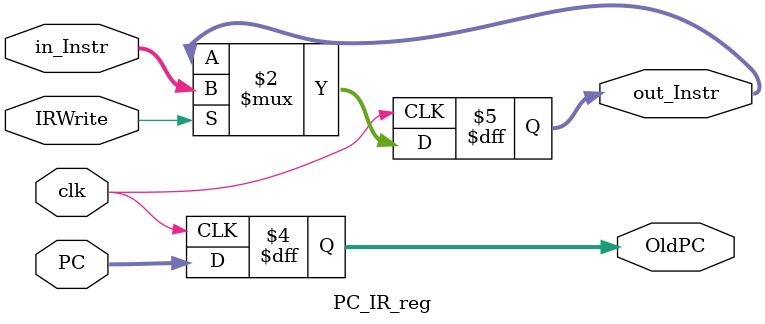
<source format=sv>
`timescale 1ns / 1ps


module PC_IR_reg(
    input  logic        clk, IRWrite,
    input  logic [31:0] PC, in_Instr,
    output logic [31:0] OldPC, out_Instr
    );

    always_ff @( posedge clk ) begin
        if (IRWrite) begin
            out_Instr <= in_Instr;
        end
        OldPC <= PC;
    end

endmodule

</source>
